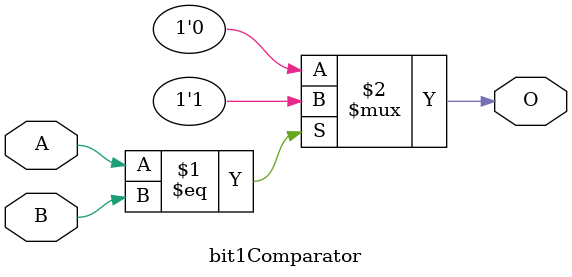
<source format=v>
module bit1Comparator
(
    input wire A,
    input wire B,
    output wire O
);

assign O = (A==B) ? 1'b1 : 1'b0;

endmodule
</source>
